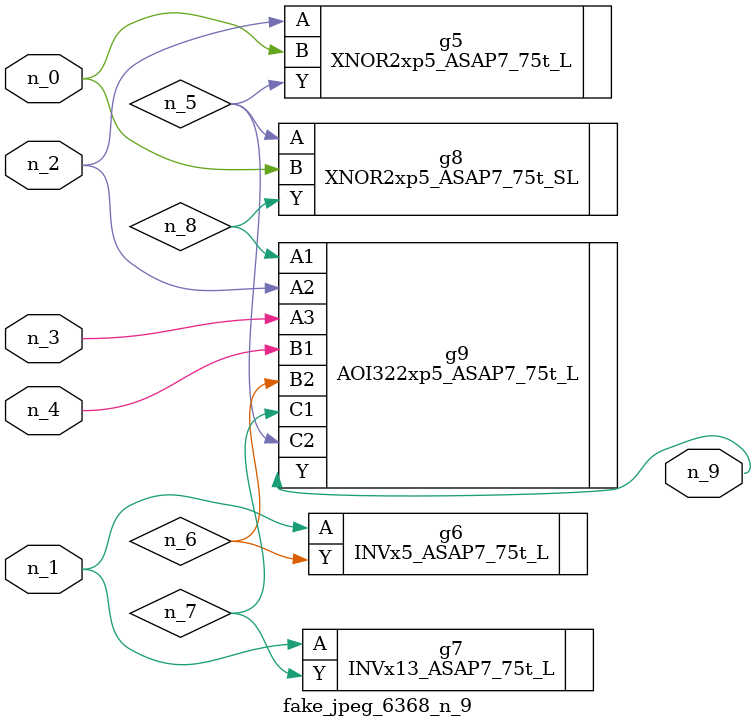
<source format=v>
module fake_jpeg_6368_n_9 (n_3, n_2, n_1, n_0, n_4, n_9);

input n_3;
input n_2;
input n_1;
input n_0;
input n_4;

output n_9;

wire n_8;
wire n_6;
wire n_5;
wire n_7;

XNOR2xp5_ASAP7_75t_L g5 ( 
.A(n_2),
.B(n_0),
.Y(n_5)
);

INVx5_ASAP7_75t_L g6 ( 
.A(n_1),
.Y(n_6)
);

INVx13_ASAP7_75t_L g7 ( 
.A(n_1),
.Y(n_7)
);

XNOR2xp5_ASAP7_75t_SL g8 ( 
.A(n_5),
.B(n_0),
.Y(n_8)
);

AOI322xp5_ASAP7_75t_L g9 ( 
.A1(n_8),
.A2(n_2),
.A3(n_3),
.B1(n_4),
.B2(n_6),
.C1(n_7),
.C2(n_5),
.Y(n_9)
);


endmodule
</source>
